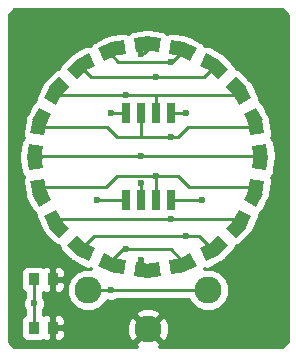
<source format=gbr>
G04 #@! TF.FileFunction,Copper,L1,Top,Signal*
%FSLAX46Y46*%
G04 Gerber Fmt 4.6, Leading zero omitted, Abs format (unit mm)*
G04 Created by KiCad (PCBNEW 4.0.5) date Sat Apr  1 12:10:48 2017*
%MOMM*%
%LPD*%
G01*
G04 APERTURE LIST*
%ADD10C,0.100000*%
%ADD11R,0.650000X1.700000*%
%ADD12R,0.900000X1.000000*%
%ADD13C,2.286000*%
%ADD14C,0.600000*%
%ADD15C,0.250000*%
%ADD16C,0.254000*%
G04 APERTURE END LIST*
D10*
G36*
X169764062Y-90951184D02*
X169951608Y-89767064D01*
X171135728Y-89954610D01*
X170948182Y-91138730D01*
X169764062Y-90951184D01*
X169764062Y-90951184D01*
G37*
G36*
X171836272Y-91279390D02*
X172023818Y-90095270D01*
X173207938Y-90282816D01*
X173020392Y-91466936D01*
X171836272Y-91279390D01*
X171836272Y-91279390D01*
G37*
G36*
X172572071Y-91321120D02*
X173116351Y-90252910D01*
X174184561Y-90797190D01*
X173640281Y-91865400D01*
X172572071Y-91321120D01*
X172572071Y-91321120D01*
G37*
G36*
X174441439Y-92273610D02*
X174985719Y-91205400D01*
X176053929Y-91749680D01*
X175509649Y-92817890D01*
X174441439Y-92273610D01*
X174441439Y-92273610D01*
G37*
G36*
X175128495Y-92540731D02*
X175976231Y-91692995D01*
X176823967Y-92540731D01*
X175976231Y-93388467D01*
X175128495Y-92540731D01*
X175128495Y-92540731D01*
G37*
G36*
X176612033Y-94024269D02*
X177459769Y-93176533D01*
X178307505Y-94024269D01*
X177459769Y-94872005D01*
X176612033Y-94024269D01*
X176612033Y-94024269D01*
G37*
G36*
X177182510Y-94490451D02*
X178250720Y-93946171D01*
X178795000Y-95014381D01*
X177726790Y-95558661D01*
X177182510Y-94490451D01*
X177182510Y-94490451D01*
G37*
G36*
X178135000Y-96359819D02*
X179203210Y-95815539D01*
X179747490Y-96883749D01*
X178679280Y-97428029D01*
X178135000Y-96359819D01*
X178135000Y-96359819D01*
G37*
G36*
X178533064Y-96979508D02*
X179717184Y-96791962D01*
X179904730Y-97976082D01*
X178720610Y-98163628D01*
X178533064Y-96979508D01*
X178533064Y-96979508D01*
G37*
G36*
X178861270Y-99051718D02*
X180045390Y-98864172D01*
X180232936Y-100048292D01*
X179048816Y-100235838D01*
X178861270Y-99051718D01*
X178861270Y-99051718D01*
G37*
G36*
X179048816Y-99764062D02*
X180232936Y-99951608D01*
X180045390Y-101135728D01*
X178861270Y-100948182D01*
X179048816Y-99764062D01*
X179048816Y-99764062D01*
G37*
G36*
X178720610Y-101836272D02*
X179904730Y-102023818D01*
X179717184Y-103207938D01*
X178533064Y-103020392D01*
X178720610Y-101836272D01*
X178720610Y-101836272D01*
G37*
G36*
X178679280Y-102572071D02*
X179747490Y-103116351D01*
X179203210Y-104184561D01*
X178135000Y-103640281D01*
X178679280Y-102572071D01*
X178679280Y-102572071D01*
G37*
G36*
X177726790Y-104441439D02*
X178795000Y-104985719D01*
X178250720Y-106053929D01*
X177182510Y-105509649D01*
X177726790Y-104441439D01*
X177726790Y-104441439D01*
G37*
G36*
X177459769Y-105128495D02*
X178307505Y-105976231D01*
X177459769Y-106823967D01*
X176612033Y-105976231D01*
X177459769Y-105128495D01*
X177459769Y-105128495D01*
G37*
G36*
X175976231Y-106612033D02*
X176823967Y-107459769D01*
X175976231Y-108307505D01*
X175128495Y-107459769D01*
X175976231Y-106612033D01*
X175976231Y-106612033D01*
G37*
G36*
X175509649Y-107182510D02*
X176053929Y-108250720D01*
X174985719Y-108795000D01*
X174441439Y-107726790D01*
X175509649Y-107182510D01*
X175509649Y-107182510D01*
G37*
G36*
X173640281Y-108135000D02*
X174184561Y-109203210D01*
X173116351Y-109747490D01*
X172572071Y-108679280D01*
X173640281Y-108135000D01*
X173640281Y-108135000D01*
G37*
G36*
X173020392Y-108533064D02*
X173207938Y-109717184D01*
X172023818Y-109904730D01*
X171836272Y-108720610D01*
X173020392Y-108533064D01*
X173020392Y-108533064D01*
G37*
G36*
X170948182Y-108861270D02*
X171135728Y-110045390D01*
X169951608Y-110232936D01*
X169764062Y-109048816D01*
X170948182Y-108861270D01*
X170948182Y-108861270D01*
G37*
G36*
X170235938Y-109048816D02*
X170048392Y-110232936D01*
X168864272Y-110045390D01*
X169051818Y-108861270D01*
X170235938Y-109048816D01*
X170235938Y-109048816D01*
G37*
G36*
X168163728Y-108720610D02*
X167976182Y-109904730D01*
X166792062Y-109717184D01*
X166979608Y-108533064D01*
X168163728Y-108720610D01*
X168163728Y-108720610D01*
G37*
G36*
X167427929Y-108679280D02*
X166883649Y-109747490D01*
X165815439Y-109203210D01*
X166359719Y-108135000D01*
X167427929Y-108679280D01*
X167427929Y-108679280D01*
G37*
G36*
X165558561Y-107726790D02*
X165014281Y-108795000D01*
X163946071Y-108250720D01*
X164490351Y-107182510D01*
X165558561Y-107726790D01*
X165558561Y-107726790D01*
G37*
G36*
X164871505Y-107459769D02*
X164023769Y-108307505D01*
X163176033Y-107459769D01*
X164023769Y-106612033D01*
X164871505Y-107459769D01*
X164871505Y-107459769D01*
G37*
G36*
X163387967Y-105976231D02*
X162540231Y-106823967D01*
X161692495Y-105976231D01*
X162540231Y-105128495D01*
X163387967Y-105976231D01*
X163387967Y-105976231D01*
G37*
G36*
X162817490Y-105509649D02*
X161749280Y-106053929D01*
X161205000Y-104985719D01*
X162273210Y-104441439D01*
X162817490Y-105509649D01*
X162817490Y-105509649D01*
G37*
G36*
X161865000Y-103640281D02*
X160796790Y-104184561D01*
X160252510Y-103116351D01*
X161320720Y-102572071D01*
X161865000Y-103640281D01*
X161865000Y-103640281D01*
G37*
G36*
X161466936Y-103020392D02*
X160282816Y-103207938D01*
X160095270Y-102023818D01*
X161279390Y-101836272D01*
X161466936Y-103020392D01*
X161466936Y-103020392D01*
G37*
G36*
X161138730Y-100948182D02*
X159954610Y-101135728D01*
X159767064Y-99951608D01*
X160951184Y-99764062D01*
X161138730Y-100948182D01*
X161138730Y-100948182D01*
G37*
G36*
X160951184Y-100235838D02*
X159767064Y-100048292D01*
X159954610Y-98864172D01*
X161138730Y-99051718D01*
X160951184Y-100235838D01*
X160951184Y-100235838D01*
G37*
G36*
X161279390Y-98163628D02*
X160095270Y-97976082D01*
X160282816Y-96791962D01*
X161466936Y-96979508D01*
X161279390Y-98163628D01*
X161279390Y-98163628D01*
G37*
G36*
X161320720Y-97428029D02*
X160252510Y-96883749D01*
X160796790Y-95815539D01*
X161865000Y-96359819D01*
X161320720Y-97428029D01*
X161320720Y-97428029D01*
G37*
G36*
X162273210Y-95558661D02*
X161205000Y-95014381D01*
X161749280Y-93946171D01*
X162817490Y-94490451D01*
X162273210Y-95558661D01*
X162273210Y-95558661D01*
G37*
G36*
X162540231Y-94872005D02*
X161692495Y-94024269D01*
X162540231Y-93176533D01*
X163387967Y-94024269D01*
X162540231Y-94872005D01*
X162540231Y-94872005D01*
G37*
G36*
X164023769Y-93388467D02*
X163176033Y-92540731D01*
X164023769Y-91692995D01*
X164871505Y-92540731D01*
X164023769Y-93388467D01*
X164023769Y-93388467D01*
G37*
G36*
X164490351Y-92817890D02*
X163946071Y-91749680D01*
X165014281Y-91205400D01*
X165558561Y-92273610D01*
X164490351Y-92817890D01*
X164490351Y-92817890D01*
G37*
G36*
X166359719Y-91865400D02*
X165815439Y-90797190D01*
X166883649Y-90252910D01*
X167427929Y-91321120D01*
X166359719Y-91865400D01*
X166359719Y-91865400D01*
G37*
G36*
X166979608Y-91466936D02*
X166792062Y-90282816D01*
X167976182Y-90095270D01*
X168163728Y-91279390D01*
X166979608Y-91466936D01*
X166979608Y-91466936D01*
G37*
G36*
X169051818Y-91138730D02*
X168864272Y-89954610D01*
X170048392Y-89767064D01*
X170235938Y-90951184D01*
X169051818Y-91138730D01*
X169051818Y-91138730D01*
G37*
D11*
X168148000Y-103599000D03*
X169418000Y-103599000D03*
X170688000Y-103599000D03*
X171958000Y-103599000D03*
X171958000Y-96299000D03*
X170688000Y-96299000D03*
X169418000Y-96299000D03*
X168148000Y-96299000D03*
D12*
X160363000Y-114445000D03*
X161963000Y-114445000D03*
X160363000Y-110345000D03*
X161963000Y-110345000D03*
D13*
X164973000Y-111252000D03*
X175133000Y-111252000D03*
X170053000Y-114554000D03*
D14*
X170688000Y-101600000D03*
X170688000Y-93218000D03*
X165735000Y-103632000D03*
X160401000Y-112395000D03*
X169418000Y-91313000D03*
X169418000Y-99949000D03*
X169418000Y-108712000D03*
X169418000Y-102235000D03*
X171958000Y-91948000D03*
X173228000Y-106680000D03*
X173228000Y-96266000D03*
X168148000Y-94752416D03*
X168148000Y-107823000D03*
X171958000Y-105283000D03*
X171958000Y-98298000D03*
X174625000Y-103632000D03*
X163195000Y-114554000D03*
X166878000Y-111252000D03*
X166878000Y-96266000D03*
D15*
X171323000Y-101600000D02*
X170688000Y-101600000D01*
X170688000Y-101600000D02*
X170688000Y-103599000D01*
X178941245Y-103378316D02*
X178941245Y-102799757D01*
X178941245Y-102799757D02*
X179218897Y-102522105D01*
X160781103Y-102522105D02*
X160781103Y-103100664D01*
X160781103Y-103100664D02*
X161058755Y-103378316D01*
X170688000Y-93218000D02*
X171323000Y-93218000D01*
X164023769Y-92540731D02*
X164549731Y-92540731D01*
X164549731Y-92540731D02*
X165227000Y-93218000D01*
X174752000Y-93218000D02*
X175429269Y-92540731D01*
X165227000Y-93218000D02*
X171323000Y-93218000D01*
X171323000Y-93218000D02*
X174752000Y-93218000D01*
X175429269Y-92540731D02*
X175976231Y-92540731D01*
X175976231Y-92540731D02*
X175556269Y-92540731D01*
X160781103Y-102522105D02*
X166463895Y-102522105D01*
X173515105Y-102522105D02*
X179218897Y-102522105D01*
X172593000Y-101600000D02*
X173515105Y-102522105D01*
X167386000Y-101600000D02*
X171323000Y-101600000D01*
X171323000Y-101600000D02*
X172593000Y-101600000D01*
X166463895Y-102522105D02*
X167386000Y-101600000D01*
X164023769Y-92540731D02*
X164041731Y-92540731D01*
X175976231Y-92540731D02*
X175937269Y-92540731D01*
X160363000Y-113284000D02*
X160363000Y-112433000D01*
X165768000Y-103599000D02*
X165735000Y-103632000D01*
X165768000Y-103599000D02*
X168148000Y-103599000D01*
X160363000Y-112433000D02*
X160401000Y-112395000D01*
X160363000Y-114445000D02*
X160363000Y-113284000D01*
X160363000Y-113284000D02*
X160363000Y-110345000D01*
X169721897Y-91180895D02*
X170449895Y-90452897D01*
X169550105Y-91180895D02*
X169721897Y-91180895D01*
X169418000Y-91313000D02*
X169550105Y-91180895D01*
X169418000Y-103599000D02*
X169418000Y-102235000D01*
X169550105Y-108844105D02*
X169550105Y-109547103D01*
X169418000Y-108712000D02*
X169550105Y-108844105D01*
X169550105Y-109547103D02*
X170449895Y-109547103D01*
X170449895Y-90452897D02*
X169550105Y-90452897D01*
X169550105Y-109547103D02*
X170449895Y-109547103D01*
X160452897Y-99550005D02*
X160452897Y-100449895D01*
X160452897Y-100449895D02*
X160535105Y-100449895D01*
X160535105Y-100449895D02*
X161036000Y-99949000D01*
X161036000Y-99949000D02*
X169418000Y-99949000D01*
X169418000Y-99949000D02*
X169545000Y-99949000D01*
X169545000Y-99949000D02*
X179046208Y-99949000D01*
X179046208Y-99949000D02*
X179547103Y-100449895D01*
X171958000Y-91948000D02*
X171704000Y-91948000D01*
X171958000Y-96299000D02*
X173195000Y-96299000D01*
X173228000Y-96266000D02*
X173195000Y-96299000D01*
X166621684Y-91059155D02*
X167199843Y-91059155D01*
X167199843Y-91059155D02*
X167477895Y-90781103D01*
X173378316Y-91059155D02*
X172800157Y-91059155D01*
X172800157Y-91059155D02*
X172522105Y-90781103D01*
X175976231Y-107459769D02*
X175150769Y-107459769D01*
X175150769Y-107459769D02*
X174371000Y-106680000D01*
X174371000Y-106680000D02*
X173228000Y-106680000D01*
X173228000Y-106680000D02*
X172974000Y-106680000D01*
X172974000Y-106680000D02*
X165481000Y-106680000D01*
X165481000Y-106680000D02*
X164701231Y-107459769D01*
X164701231Y-107459769D02*
X164023769Y-107459769D01*
X173378316Y-91059155D02*
X172973845Y-91059155D01*
X172973845Y-91059155D02*
X172085000Y-91948000D01*
X172085000Y-91948000D02*
X171704000Y-91948000D01*
X167510529Y-91948000D02*
X166621684Y-91059155D01*
X171196000Y-91948000D02*
X167510529Y-91948000D01*
X171704000Y-91948000D02*
X171196000Y-91948000D01*
X166621684Y-91059155D02*
X166624155Y-91059155D01*
X173378316Y-91059155D02*
X173354845Y-91059155D01*
X172522105Y-109218897D02*
X173100664Y-109218897D01*
X173100664Y-109218897D02*
X173378316Y-108941245D01*
X167477895Y-109218897D02*
X166899336Y-109218897D01*
X166899336Y-109218897D02*
X166621684Y-108941245D01*
X162540231Y-94024269D02*
X162540231Y-94223430D01*
X162540231Y-94223430D02*
X162011245Y-94752416D01*
X177988755Y-94752416D02*
X177988755Y-94553255D01*
X177988755Y-94553255D02*
X177459769Y-94024269D01*
X168529000Y-107823000D02*
X168148000Y-107823000D01*
X170688000Y-96299000D02*
X170688000Y-94752416D01*
X170688000Y-94752416D02*
X170688000Y-94742000D01*
X170688000Y-94742000D02*
X170688000Y-94752416D01*
X173378316Y-108941245D02*
X173076245Y-108941245D01*
X173076245Y-108941245D02*
X171958000Y-107823000D01*
X171958000Y-107823000D02*
X168529000Y-107823000D01*
X168529000Y-107823000D02*
X167894000Y-107823000D01*
X167894000Y-107823000D02*
X166775755Y-108941245D01*
X166775755Y-108941245D02*
X166621684Y-108941245D01*
X162011245Y-94752416D02*
X168148000Y-94752416D01*
X168148000Y-94752416D02*
X170688000Y-94752416D01*
X170688000Y-94752416D02*
X177988755Y-94752416D01*
X169418000Y-96299000D02*
X169418000Y-98298000D01*
X169418000Y-98298000D02*
X167386000Y-98298000D01*
X167386000Y-98298000D02*
X166565795Y-97477795D01*
X166565795Y-97477795D02*
X160781103Y-97477795D01*
X160781103Y-97477795D02*
X161058755Y-97200143D01*
X161058755Y-97200143D02*
X161058755Y-96621784D01*
X177459769Y-105976231D02*
X177459769Y-105776670D01*
X177459769Y-105776670D02*
X177988755Y-105247684D01*
X162011245Y-105247684D02*
X162011245Y-105447245D01*
X162011245Y-105447245D02*
X162540231Y-105976231D01*
X161058755Y-96621784D02*
X161058755Y-97200143D01*
X161058755Y-97200143D02*
X160781103Y-97477795D01*
X178941245Y-96621784D02*
X178941245Y-97200143D01*
X178941245Y-97200143D02*
X179218897Y-97477795D01*
X172212000Y-105283000D02*
X172212000Y-105247684D01*
X172176684Y-105247684D02*
X172212000Y-105283000D01*
X171993316Y-105247684D02*
X172176684Y-105247684D01*
X171958000Y-105283000D02*
X171993316Y-105247684D01*
X169418000Y-98298000D02*
X171958000Y-98298000D01*
X179218897Y-97477795D02*
X173423795Y-97477795D01*
X166565795Y-97477795D02*
X160781103Y-97477795D01*
X167386000Y-98298000D02*
X166565795Y-97477795D01*
X172603590Y-98298000D02*
X167386000Y-98298000D01*
X173423795Y-97477795D02*
X172603590Y-98298000D01*
X177988755Y-105247684D02*
X172212000Y-105247684D01*
X172212000Y-105247684D02*
X162011245Y-105247684D01*
X174592000Y-103599000D02*
X171958000Y-103599000D01*
X174625000Y-103632000D02*
X174592000Y-103599000D01*
X161963000Y-110345000D02*
X161963000Y-114445000D01*
X161963000Y-114445000D02*
X162072000Y-114554000D01*
X162072000Y-114554000D02*
X163195000Y-114554000D01*
X168148000Y-96299000D02*
X166911000Y-96299000D01*
X166878000Y-96266000D02*
X166911000Y-96299000D01*
X175133000Y-111252000D02*
X166878000Y-111252000D01*
X166878000Y-111252000D02*
X164973000Y-111252000D01*
D16*
G36*
X181864000Y-87936606D02*
X181864000Y-115644394D01*
X181430394Y-116078000D01*
X171018826Y-116078000D01*
X171129358Y-115809963D01*
X170053000Y-114733605D01*
X168976642Y-115809963D01*
X169087174Y-116078000D01*
X158675606Y-116078000D01*
X158242000Y-115644394D01*
X158242000Y-109845000D01*
X159265560Y-109845000D01*
X159265560Y-110845000D01*
X159309838Y-111080317D01*
X159448910Y-111296441D01*
X159603000Y-111401726D01*
X159603000Y-111878660D01*
X159466162Y-112208201D01*
X159465838Y-112580167D01*
X159603000Y-112912125D01*
X159603000Y-113389895D01*
X159461559Y-113480910D01*
X159316569Y-113693110D01*
X159265560Y-113945000D01*
X159265560Y-114945000D01*
X159309838Y-115180317D01*
X159448910Y-115396441D01*
X159661110Y-115541431D01*
X159913000Y-115592440D01*
X160813000Y-115592440D01*
X161048317Y-115548162D01*
X161151646Y-115481671D01*
X161153302Y-115483327D01*
X161386691Y-115580000D01*
X161677250Y-115580000D01*
X161836000Y-115421250D01*
X161836000Y-114572000D01*
X162090000Y-114572000D01*
X162090000Y-115421250D01*
X162248750Y-115580000D01*
X162539309Y-115580000D01*
X162772698Y-115483327D01*
X162951327Y-115304699D01*
X163048000Y-115071310D01*
X163048000Y-114730750D01*
X162889250Y-114572000D01*
X162090000Y-114572000D01*
X161836000Y-114572000D01*
X161816000Y-114572000D01*
X161816000Y-114318000D01*
X161836000Y-114318000D01*
X161836000Y-113468750D01*
X162090000Y-113468750D01*
X162090000Y-114318000D01*
X162889250Y-114318000D01*
X162951917Y-114255333D01*
X168264938Y-114255333D01*
X168286751Y-114962329D01*
X168515342Y-115514194D01*
X168797037Y-115630358D01*
X169873395Y-114554000D01*
X170232605Y-114554000D01*
X171308963Y-115630358D01*
X171590658Y-115514194D01*
X171841062Y-114852667D01*
X171819249Y-114145671D01*
X171590658Y-113593806D01*
X171308963Y-113477642D01*
X170232605Y-114554000D01*
X169873395Y-114554000D01*
X168797037Y-113477642D01*
X168515342Y-113593806D01*
X168264938Y-114255333D01*
X162951917Y-114255333D01*
X163048000Y-114159250D01*
X163048000Y-113818690D01*
X162951327Y-113585301D01*
X162772698Y-113406673D01*
X162539309Y-113310000D01*
X162248750Y-113310000D01*
X162090000Y-113468750D01*
X161836000Y-113468750D01*
X161677250Y-113310000D01*
X161386691Y-113310000D01*
X161153302Y-113406673D01*
X161151932Y-113408043D01*
X161123000Y-113388274D01*
X161123000Y-113298037D01*
X168976642Y-113298037D01*
X170053000Y-114374395D01*
X171129358Y-113298037D01*
X171013194Y-113016342D01*
X170351667Y-112765938D01*
X169644671Y-112787751D01*
X169092806Y-113016342D01*
X168976642Y-113298037D01*
X161123000Y-113298037D01*
X161123000Y-112995397D01*
X161193192Y-112925327D01*
X161335838Y-112581799D01*
X161336162Y-112209833D01*
X161194117Y-111866057D01*
X161123000Y-111794816D01*
X161123000Y-111400105D01*
X161151646Y-111381671D01*
X161153302Y-111383327D01*
X161386691Y-111480000D01*
X161677250Y-111480000D01*
X161836000Y-111321250D01*
X161836000Y-110472000D01*
X162090000Y-110472000D01*
X162090000Y-111321250D01*
X162248750Y-111480000D01*
X162539309Y-111480000D01*
X162772698Y-111383327D01*
X162951327Y-111204699D01*
X163048000Y-110971310D01*
X163048000Y-110630750D01*
X162889250Y-110472000D01*
X162090000Y-110472000D01*
X161836000Y-110472000D01*
X161816000Y-110472000D01*
X161816000Y-110218000D01*
X161836000Y-110218000D01*
X161836000Y-109368750D01*
X162090000Y-109368750D01*
X162090000Y-110218000D01*
X162889250Y-110218000D01*
X163048000Y-110059250D01*
X163048000Y-109718690D01*
X162951327Y-109485301D01*
X162772698Y-109306673D01*
X162539309Y-109210000D01*
X162248750Y-109210000D01*
X162090000Y-109368750D01*
X161836000Y-109368750D01*
X161677250Y-109210000D01*
X161386691Y-109210000D01*
X161153302Y-109306673D01*
X161151932Y-109308043D01*
X161064890Y-109248569D01*
X160813000Y-109197560D01*
X159913000Y-109197560D01*
X159677683Y-109241838D01*
X159461559Y-109380910D01*
X159316569Y-109593110D01*
X159265560Y-109845000D01*
X158242000Y-109845000D01*
X158242000Y-99947010D01*
X159127595Y-99947010D01*
X159129421Y-100010169D01*
X159127595Y-100052890D01*
X159131340Y-100076538D01*
X159134516Y-100186356D01*
X159156724Y-100236801D01*
X159315141Y-101237010D01*
X159395685Y-101462503D01*
X159566855Y-101654211D01*
X159567947Y-101654728D01*
X159466778Y-101868331D01*
X159455801Y-102125100D01*
X159612746Y-103116012D01*
X159606730Y-103162689D01*
X159637848Y-103274501D01*
X159643347Y-103309220D01*
X159662200Y-103362000D01*
X159675637Y-103410283D01*
X159688376Y-103435286D01*
X159723891Y-103534713D01*
X159759169Y-103574224D01*
X160219917Y-104478493D01*
X160366200Y-104668060D01*
X160588233Y-104797490D01*
X160589431Y-104797644D01*
X160559220Y-105032057D01*
X160628127Y-105279651D01*
X161084125Y-106174597D01*
X161092641Y-106219858D01*
X161155413Y-106314509D01*
X161172407Y-106347861D01*
X161208868Y-106395111D01*
X161234686Y-106434040D01*
X161253180Y-106452534D01*
X161318690Y-106537428D01*
X161365167Y-106564521D01*
X162082422Y-107281776D01*
X162280125Y-107416861D01*
X162531287Y-107471345D01*
X162532474Y-107471122D01*
X162576179Y-107703396D01*
X162718224Y-107917578D01*
X163429685Y-108629039D01*
X163450861Y-108667788D01*
X163536147Y-108735501D01*
X163565960Y-108765314D01*
X163621462Y-108803237D01*
X163652139Y-108827593D01*
X163671680Y-108837550D01*
X163763663Y-108900399D01*
X163818283Y-108912248D01*
X164720349Y-109371873D01*
X164950120Y-109439253D01*
X165205826Y-109413457D01*
X165206886Y-109412878D01*
X165240416Y-109474232D01*
X164620886Y-109473692D01*
X163967160Y-109743806D01*
X163466564Y-110243529D01*
X163195309Y-110896782D01*
X163194692Y-111604114D01*
X163464806Y-112257840D01*
X163964529Y-112758436D01*
X164617782Y-113029691D01*
X165325114Y-113030308D01*
X165978840Y-112760194D01*
X166479436Y-112260471D01*
X166536658Y-112122666D01*
X166691201Y-112186838D01*
X167063167Y-112187162D01*
X167406943Y-112045117D01*
X167440118Y-112012000D01*
X173523227Y-112012000D01*
X173624806Y-112257840D01*
X174124529Y-112758436D01*
X174777782Y-113029691D01*
X175485114Y-113030308D01*
X176138840Y-112760194D01*
X176639436Y-112260471D01*
X176910691Y-111607218D01*
X176911308Y-110899886D01*
X176641194Y-110246160D01*
X176141471Y-109745564D01*
X175488218Y-109474309D01*
X174780886Y-109473692D01*
X174755207Y-109484302D01*
X174797490Y-109411767D01*
X174797644Y-109410569D01*
X175032057Y-109440780D01*
X175279651Y-109371873D01*
X176174597Y-108915875D01*
X176219858Y-108907359D01*
X176314509Y-108844587D01*
X176347861Y-108827593D01*
X176395111Y-108791132D01*
X176434040Y-108765314D01*
X176452534Y-108746820D01*
X176537428Y-108681310D01*
X176564521Y-108634833D01*
X177281776Y-107917578D01*
X177416861Y-107719875D01*
X177471345Y-107468713D01*
X177471122Y-107467526D01*
X177703396Y-107423821D01*
X177917578Y-107281776D01*
X178629039Y-106570315D01*
X178667788Y-106549139D01*
X178735501Y-106463853D01*
X178765314Y-106434040D01*
X178803237Y-106378538D01*
X178827593Y-106347861D01*
X178837550Y-106328320D01*
X178900399Y-106236337D01*
X178912248Y-106181717D01*
X179371873Y-105279651D01*
X179439253Y-105049880D01*
X179413457Y-104794174D01*
X179412878Y-104793114D01*
X179620278Y-104679771D01*
X179780083Y-104478493D01*
X180237074Y-103581597D01*
X180266868Y-103550029D01*
X180304265Y-103449727D01*
X180324363Y-103410283D01*
X180344224Y-103342555D01*
X180356653Y-103309220D01*
X180359769Y-103289545D01*
X180391743Y-103180512D01*
X180386021Y-103123795D01*
X180544199Y-102125100D01*
X180537278Y-101885754D01*
X180433727Y-101650535D01*
X180432848Y-101649706D01*
X180595074Y-101477819D01*
X180684859Y-101237010D01*
X180842015Y-100244768D01*
X180861428Y-100203779D01*
X180866205Y-100092034D01*
X180872405Y-100052890D01*
X180870579Y-99989731D01*
X180872405Y-99947010D01*
X180868660Y-99923362D01*
X180865484Y-99813544D01*
X180843276Y-99763099D01*
X180684859Y-98762890D01*
X180604315Y-98537397D01*
X180433145Y-98345689D01*
X180432053Y-98345172D01*
X180533222Y-98131569D01*
X180544199Y-97874800D01*
X180387268Y-96883978D01*
X180393270Y-96837411D01*
X180362225Y-96725863D01*
X180356653Y-96690680D01*
X180337548Y-96637194D01*
X180324363Y-96589817D01*
X180311862Y-96565283D01*
X180276109Y-96465187D01*
X180240594Y-96425410D01*
X179780083Y-95521607D01*
X179633800Y-95332040D01*
X179411767Y-95202610D01*
X179410569Y-95202456D01*
X179440780Y-94968043D01*
X179371873Y-94720449D01*
X178915756Y-93825269D01*
X178907359Y-93780642D01*
X178845466Y-93687317D01*
X178827593Y-93652239D01*
X178789244Y-93602543D01*
X178765314Y-93566460D01*
X178748172Y-93549318D01*
X178681310Y-93462672D01*
X178633874Y-93435020D01*
X177917578Y-92718724D01*
X177719875Y-92583639D01*
X177468713Y-92529155D01*
X177467526Y-92529378D01*
X177423821Y-92297104D01*
X177281776Y-92082922D01*
X176570436Y-91371582D01*
X176549139Y-91332612D01*
X176463368Y-91264514D01*
X176434040Y-91235186D01*
X176379441Y-91197880D01*
X176347861Y-91172807D01*
X176327744Y-91162557D01*
X176236337Y-91100101D01*
X176182059Y-91088327D01*
X175279651Y-90628527D01*
X175049880Y-90561147D01*
X174794174Y-90586943D01*
X174793114Y-90587522D01*
X174679771Y-90380122D01*
X174478493Y-90220317D01*
X173582518Y-89763795D01*
X173550029Y-89733132D01*
X173446800Y-89694643D01*
X173410283Y-89676037D01*
X173347580Y-89657649D01*
X173309220Y-89643347D01*
X173286579Y-89639761D01*
X173180512Y-89608657D01*
X173125338Y-89614223D01*
X172125100Y-89455801D01*
X171885754Y-89462722D01*
X171650535Y-89566273D01*
X171649706Y-89567152D01*
X171477819Y-89404926D01*
X171237010Y-89315141D01*
X170244918Y-89158009D01*
X170203879Y-89138572D01*
X170091997Y-89133789D01*
X170052890Y-89127595D01*
X169989790Y-89129420D01*
X169947110Y-89127595D01*
X169923484Y-89131337D01*
X169813544Y-89134516D01*
X169763042Y-89156748D01*
X168762990Y-89315141D01*
X168537497Y-89395685D01*
X168345789Y-89566855D01*
X168345272Y-89567947D01*
X168131669Y-89466778D01*
X167874900Y-89455801D01*
X166882596Y-89612966D01*
X166837311Y-89607130D01*
X166728834Y-89637320D01*
X166690780Y-89643347D01*
X166632929Y-89664011D01*
X166589717Y-89676037D01*
X166567340Y-89687439D01*
X166465287Y-89723891D01*
X166424733Y-89760101D01*
X165521507Y-90220317D01*
X165331940Y-90366600D01*
X165202510Y-90588633D01*
X165202356Y-90589831D01*
X164967943Y-90559620D01*
X164720349Y-90628527D01*
X163825092Y-91084683D01*
X163780142Y-91093141D01*
X163686142Y-91155482D01*
X163652139Y-91172807D01*
X163603967Y-91209980D01*
X163565960Y-91235186D01*
X163547904Y-91253242D01*
X163462572Y-91319090D01*
X163435339Y-91365807D01*
X162718224Y-92082922D01*
X162583139Y-92280625D01*
X162528655Y-92531787D01*
X162528878Y-92532974D01*
X162296604Y-92576679D01*
X162082422Y-92718724D01*
X161371843Y-93429303D01*
X161332212Y-93450961D01*
X161262958Y-93538188D01*
X161234686Y-93566460D01*
X161198723Y-93619093D01*
X161172407Y-93652239D01*
X161161649Y-93673353D01*
X161099601Y-93764163D01*
X161087903Y-93818087D01*
X160628127Y-94720449D01*
X160560747Y-94950220D01*
X160586543Y-95205926D01*
X160587122Y-95206986D01*
X160379722Y-95320329D01*
X160219917Y-95521607D01*
X159763147Y-96418068D01*
X159733132Y-96449871D01*
X159695457Y-96550919D01*
X159675637Y-96589817D01*
X159656051Y-96656608D01*
X159643347Y-96690680D01*
X159640162Y-96710790D01*
X159608257Y-96819588D01*
X159613966Y-96876182D01*
X159455801Y-97874800D01*
X159462722Y-98114146D01*
X159566273Y-98349365D01*
X159567152Y-98350194D01*
X159404926Y-98522081D01*
X159315141Y-98762890D01*
X159157985Y-99755132D01*
X159138572Y-99796121D01*
X159133795Y-99907866D01*
X159127595Y-99947010D01*
X158242000Y-99947010D01*
X158242000Y-87936606D01*
X158675606Y-87503000D01*
X181430394Y-87503000D01*
X181864000Y-87936606D01*
X181864000Y-87936606D01*
G37*
X181864000Y-87936606D02*
X181864000Y-115644394D01*
X181430394Y-116078000D01*
X171018826Y-116078000D01*
X171129358Y-115809963D01*
X170053000Y-114733605D01*
X168976642Y-115809963D01*
X169087174Y-116078000D01*
X158675606Y-116078000D01*
X158242000Y-115644394D01*
X158242000Y-109845000D01*
X159265560Y-109845000D01*
X159265560Y-110845000D01*
X159309838Y-111080317D01*
X159448910Y-111296441D01*
X159603000Y-111401726D01*
X159603000Y-111878660D01*
X159466162Y-112208201D01*
X159465838Y-112580167D01*
X159603000Y-112912125D01*
X159603000Y-113389895D01*
X159461559Y-113480910D01*
X159316569Y-113693110D01*
X159265560Y-113945000D01*
X159265560Y-114945000D01*
X159309838Y-115180317D01*
X159448910Y-115396441D01*
X159661110Y-115541431D01*
X159913000Y-115592440D01*
X160813000Y-115592440D01*
X161048317Y-115548162D01*
X161151646Y-115481671D01*
X161153302Y-115483327D01*
X161386691Y-115580000D01*
X161677250Y-115580000D01*
X161836000Y-115421250D01*
X161836000Y-114572000D01*
X162090000Y-114572000D01*
X162090000Y-115421250D01*
X162248750Y-115580000D01*
X162539309Y-115580000D01*
X162772698Y-115483327D01*
X162951327Y-115304699D01*
X163048000Y-115071310D01*
X163048000Y-114730750D01*
X162889250Y-114572000D01*
X162090000Y-114572000D01*
X161836000Y-114572000D01*
X161816000Y-114572000D01*
X161816000Y-114318000D01*
X161836000Y-114318000D01*
X161836000Y-113468750D01*
X162090000Y-113468750D01*
X162090000Y-114318000D01*
X162889250Y-114318000D01*
X162951917Y-114255333D01*
X168264938Y-114255333D01*
X168286751Y-114962329D01*
X168515342Y-115514194D01*
X168797037Y-115630358D01*
X169873395Y-114554000D01*
X170232605Y-114554000D01*
X171308963Y-115630358D01*
X171590658Y-115514194D01*
X171841062Y-114852667D01*
X171819249Y-114145671D01*
X171590658Y-113593806D01*
X171308963Y-113477642D01*
X170232605Y-114554000D01*
X169873395Y-114554000D01*
X168797037Y-113477642D01*
X168515342Y-113593806D01*
X168264938Y-114255333D01*
X162951917Y-114255333D01*
X163048000Y-114159250D01*
X163048000Y-113818690D01*
X162951327Y-113585301D01*
X162772698Y-113406673D01*
X162539309Y-113310000D01*
X162248750Y-113310000D01*
X162090000Y-113468750D01*
X161836000Y-113468750D01*
X161677250Y-113310000D01*
X161386691Y-113310000D01*
X161153302Y-113406673D01*
X161151932Y-113408043D01*
X161123000Y-113388274D01*
X161123000Y-113298037D01*
X168976642Y-113298037D01*
X170053000Y-114374395D01*
X171129358Y-113298037D01*
X171013194Y-113016342D01*
X170351667Y-112765938D01*
X169644671Y-112787751D01*
X169092806Y-113016342D01*
X168976642Y-113298037D01*
X161123000Y-113298037D01*
X161123000Y-112995397D01*
X161193192Y-112925327D01*
X161335838Y-112581799D01*
X161336162Y-112209833D01*
X161194117Y-111866057D01*
X161123000Y-111794816D01*
X161123000Y-111400105D01*
X161151646Y-111381671D01*
X161153302Y-111383327D01*
X161386691Y-111480000D01*
X161677250Y-111480000D01*
X161836000Y-111321250D01*
X161836000Y-110472000D01*
X162090000Y-110472000D01*
X162090000Y-111321250D01*
X162248750Y-111480000D01*
X162539309Y-111480000D01*
X162772698Y-111383327D01*
X162951327Y-111204699D01*
X163048000Y-110971310D01*
X163048000Y-110630750D01*
X162889250Y-110472000D01*
X162090000Y-110472000D01*
X161836000Y-110472000D01*
X161816000Y-110472000D01*
X161816000Y-110218000D01*
X161836000Y-110218000D01*
X161836000Y-109368750D01*
X162090000Y-109368750D01*
X162090000Y-110218000D01*
X162889250Y-110218000D01*
X163048000Y-110059250D01*
X163048000Y-109718690D01*
X162951327Y-109485301D01*
X162772698Y-109306673D01*
X162539309Y-109210000D01*
X162248750Y-109210000D01*
X162090000Y-109368750D01*
X161836000Y-109368750D01*
X161677250Y-109210000D01*
X161386691Y-109210000D01*
X161153302Y-109306673D01*
X161151932Y-109308043D01*
X161064890Y-109248569D01*
X160813000Y-109197560D01*
X159913000Y-109197560D01*
X159677683Y-109241838D01*
X159461559Y-109380910D01*
X159316569Y-109593110D01*
X159265560Y-109845000D01*
X158242000Y-109845000D01*
X158242000Y-99947010D01*
X159127595Y-99947010D01*
X159129421Y-100010169D01*
X159127595Y-100052890D01*
X159131340Y-100076538D01*
X159134516Y-100186356D01*
X159156724Y-100236801D01*
X159315141Y-101237010D01*
X159395685Y-101462503D01*
X159566855Y-101654211D01*
X159567947Y-101654728D01*
X159466778Y-101868331D01*
X159455801Y-102125100D01*
X159612746Y-103116012D01*
X159606730Y-103162689D01*
X159637848Y-103274501D01*
X159643347Y-103309220D01*
X159662200Y-103362000D01*
X159675637Y-103410283D01*
X159688376Y-103435286D01*
X159723891Y-103534713D01*
X159759169Y-103574224D01*
X160219917Y-104478493D01*
X160366200Y-104668060D01*
X160588233Y-104797490D01*
X160589431Y-104797644D01*
X160559220Y-105032057D01*
X160628127Y-105279651D01*
X161084125Y-106174597D01*
X161092641Y-106219858D01*
X161155413Y-106314509D01*
X161172407Y-106347861D01*
X161208868Y-106395111D01*
X161234686Y-106434040D01*
X161253180Y-106452534D01*
X161318690Y-106537428D01*
X161365167Y-106564521D01*
X162082422Y-107281776D01*
X162280125Y-107416861D01*
X162531287Y-107471345D01*
X162532474Y-107471122D01*
X162576179Y-107703396D01*
X162718224Y-107917578D01*
X163429685Y-108629039D01*
X163450861Y-108667788D01*
X163536147Y-108735501D01*
X163565960Y-108765314D01*
X163621462Y-108803237D01*
X163652139Y-108827593D01*
X163671680Y-108837550D01*
X163763663Y-108900399D01*
X163818283Y-108912248D01*
X164720349Y-109371873D01*
X164950120Y-109439253D01*
X165205826Y-109413457D01*
X165206886Y-109412878D01*
X165240416Y-109474232D01*
X164620886Y-109473692D01*
X163967160Y-109743806D01*
X163466564Y-110243529D01*
X163195309Y-110896782D01*
X163194692Y-111604114D01*
X163464806Y-112257840D01*
X163964529Y-112758436D01*
X164617782Y-113029691D01*
X165325114Y-113030308D01*
X165978840Y-112760194D01*
X166479436Y-112260471D01*
X166536658Y-112122666D01*
X166691201Y-112186838D01*
X167063167Y-112187162D01*
X167406943Y-112045117D01*
X167440118Y-112012000D01*
X173523227Y-112012000D01*
X173624806Y-112257840D01*
X174124529Y-112758436D01*
X174777782Y-113029691D01*
X175485114Y-113030308D01*
X176138840Y-112760194D01*
X176639436Y-112260471D01*
X176910691Y-111607218D01*
X176911308Y-110899886D01*
X176641194Y-110246160D01*
X176141471Y-109745564D01*
X175488218Y-109474309D01*
X174780886Y-109473692D01*
X174755207Y-109484302D01*
X174797490Y-109411767D01*
X174797644Y-109410569D01*
X175032057Y-109440780D01*
X175279651Y-109371873D01*
X176174597Y-108915875D01*
X176219858Y-108907359D01*
X176314509Y-108844587D01*
X176347861Y-108827593D01*
X176395111Y-108791132D01*
X176434040Y-108765314D01*
X176452534Y-108746820D01*
X176537428Y-108681310D01*
X176564521Y-108634833D01*
X177281776Y-107917578D01*
X177416861Y-107719875D01*
X177471345Y-107468713D01*
X177471122Y-107467526D01*
X177703396Y-107423821D01*
X177917578Y-107281776D01*
X178629039Y-106570315D01*
X178667788Y-106549139D01*
X178735501Y-106463853D01*
X178765314Y-106434040D01*
X178803237Y-106378538D01*
X178827593Y-106347861D01*
X178837550Y-106328320D01*
X178900399Y-106236337D01*
X178912248Y-106181717D01*
X179371873Y-105279651D01*
X179439253Y-105049880D01*
X179413457Y-104794174D01*
X179412878Y-104793114D01*
X179620278Y-104679771D01*
X179780083Y-104478493D01*
X180237074Y-103581597D01*
X180266868Y-103550029D01*
X180304265Y-103449727D01*
X180324363Y-103410283D01*
X180344224Y-103342555D01*
X180356653Y-103309220D01*
X180359769Y-103289545D01*
X180391743Y-103180512D01*
X180386021Y-103123795D01*
X180544199Y-102125100D01*
X180537278Y-101885754D01*
X180433727Y-101650535D01*
X180432848Y-101649706D01*
X180595074Y-101477819D01*
X180684859Y-101237010D01*
X180842015Y-100244768D01*
X180861428Y-100203779D01*
X180866205Y-100092034D01*
X180872405Y-100052890D01*
X180870579Y-99989731D01*
X180872405Y-99947010D01*
X180868660Y-99923362D01*
X180865484Y-99813544D01*
X180843276Y-99763099D01*
X180684859Y-98762890D01*
X180604315Y-98537397D01*
X180433145Y-98345689D01*
X180432053Y-98345172D01*
X180533222Y-98131569D01*
X180544199Y-97874800D01*
X180387268Y-96883978D01*
X180393270Y-96837411D01*
X180362225Y-96725863D01*
X180356653Y-96690680D01*
X180337548Y-96637194D01*
X180324363Y-96589817D01*
X180311862Y-96565283D01*
X180276109Y-96465187D01*
X180240594Y-96425410D01*
X179780083Y-95521607D01*
X179633800Y-95332040D01*
X179411767Y-95202610D01*
X179410569Y-95202456D01*
X179440780Y-94968043D01*
X179371873Y-94720449D01*
X178915756Y-93825269D01*
X178907359Y-93780642D01*
X178845466Y-93687317D01*
X178827593Y-93652239D01*
X178789244Y-93602543D01*
X178765314Y-93566460D01*
X178748172Y-93549318D01*
X178681310Y-93462672D01*
X178633874Y-93435020D01*
X177917578Y-92718724D01*
X177719875Y-92583639D01*
X177468713Y-92529155D01*
X177467526Y-92529378D01*
X177423821Y-92297104D01*
X177281776Y-92082922D01*
X176570436Y-91371582D01*
X176549139Y-91332612D01*
X176463368Y-91264514D01*
X176434040Y-91235186D01*
X176379441Y-91197880D01*
X176347861Y-91172807D01*
X176327744Y-91162557D01*
X176236337Y-91100101D01*
X176182059Y-91088327D01*
X175279651Y-90628527D01*
X175049880Y-90561147D01*
X174794174Y-90586943D01*
X174793114Y-90587522D01*
X174679771Y-90380122D01*
X174478493Y-90220317D01*
X173582518Y-89763795D01*
X173550029Y-89733132D01*
X173446800Y-89694643D01*
X173410283Y-89676037D01*
X173347580Y-89657649D01*
X173309220Y-89643347D01*
X173286579Y-89639761D01*
X173180512Y-89608657D01*
X173125338Y-89614223D01*
X172125100Y-89455801D01*
X171885754Y-89462722D01*
X171650535Y-89566273D01*
X171649706Y-89567152D01*
X171477819Y-89404926D01*
X171237010Y-89315141D01*
X170244918Y-89158009D01*
X170203879Y-89138572D01*
X170091997Y-89133789D01*
X170052890Y-89127595D01*
X169989790Y-89129420D01*
X169947110Y-89127595D01*
X169923484Y-89131337D01*
X169813544Y-89134516D01*
X169763042Y-89156748D01*
X168762990Y-89315141D01*
X168537497Y-89395685D01*
X168345789Y-89566855D01*
X168345272Y-89567947D01*
X168131669Y-89466778D01*
X167874900Y-89455801D01*
X166882596Y-89612966D01*
X166837311Y-89607130D01*
X166728834Y-89637320D01*
X166690780Y-89643347D01*
X166632929Y-89664011D01*
X166589717Y-89676037D01*
X166567340Y-89687439D01*
X166465287Y-89723891D01*
X166424733Y-89760101D01*
X165521507Y-90220317D01*
X165331940Y-90366600D01*
X165202510Y-90588633D01*
X165202356Y-90589831D01*
X164967943Y-90559620D01*
X164720349Y-90628527D01*
X163825092Y-91084683D01*
X163780142Y-91093141D01*
X163686142Y-91155482D01*
X163652139Y-91172807D01*
X163603967Y-91209980D01*
X163565960Y-91235186D01*
X163547904Y-91253242D01*
X163462572Y-91319090D01*
X163435339Y-91365807D01*
X162718224Y-92082922D01*
X162583139Y-92280625D01*
X162528655Y-92531787D01*
X162528878Y-92532974D01*
X162296604Y-92576679D01*
X162082422Y-92718724D01*
X161371843Y-93429303D01*
X161332212Y-93450961D01*
X161262958Y-93538188D01*
X161234686Y-93566460D01*
X161198723Y-93619093D01*
X161172407Y-93652239D01*
X161161649Y-93673353D01*
X161099601Y-93764163D01*
X161087903Y-93818087D01*
X160628127Y-94720449D01*
X160560747Y-94950220D01*
X160586543Y-95205926D01*
X160587122Y-95206986D01*
X160379722Y-95320329D01*
X160219917Y-95521607D01*
X159763147Y-96418068D01*
X159733132Y-96449871D01*
X159695457Y-96550919D01*
X159675637Y-96589817D01*
X159656051Y-96656608D01*
X159643347Y-96690680D01*
X159640162Y-96710790D01*
X159608257Y-96819588D01*
X159613966Y-96876182D01*
X159455801Y-97874800D01*
X159462722Y-98114146D01*
X159566273Y-98349365D01*
X159567152Y-98350194D01*
X159404926Y-98522081D01*
X159315141Y-98762890D01*
X159157985Y-99755132D01*
X159138572Y-99796121D01*
X159133795Y-99907866D01*
X159127595Y-99947010D01*
X158242000Y-99947010D01*
X158242000Y-87936606D01*
X158675606Y-87503000D01*
X181430394Y-87503000D01*
X181864000Y-87936606D01*
M02*

</source>
